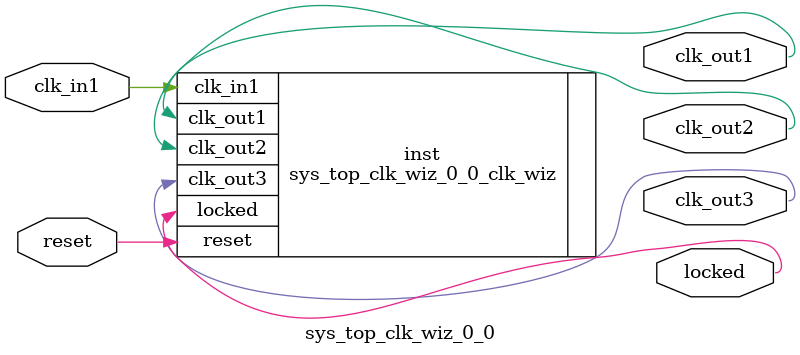
<source format=v>


`timescale 1ps/1ps

(* CORE_GENERATION_INFO = "sys_top_clk_wiz_0_0,clk_wiz_v6_0_3_0_0,{component_name=sys_top_clk_wiz_0_0,use_phase_alignment=true,use_min_o_jitter=true,use_max_i_jitter=false,use_dyn_phase_shift=false,use_inclk_switchover=false,use_dyn_reconfig=false,enable_axi=0,feedback_source=FDBK_AUTO,PRIMITIVE=MMCM,num_out_clk=3,clkin1_period=20.0,clkin2_period=10.0,use_power_down=false,use_reset=true,use_locked=true,use_inclk_stopped=false,feedback_type=SINGLE,CLOCK_MGR_TYPE=NA,manual_override=false}" *)

module sys_top_clk_wiz_0_0 
 (
  // Clock out ports
  output        clk_out1,
  output        clk_out2,
  output        clk_out3,
  // Status and control signals
  input         reset,
  output        locked,
 // Clock in ports
  input         clk_in1
 );

  sys_top_clk_wiz_0_0_clk_wiz inst
  (
  // Clock out ports  
  .clk_out1(clk_out1),
  .clk_out2(clk_out2),
  .clk_out3(clk_out3),
  // Status and control signals               
  .reset(reset), 
  .locked(locked),
 // Clock in ports
  .clk_in1(clk_in1)
  );

endmodule

</source>
